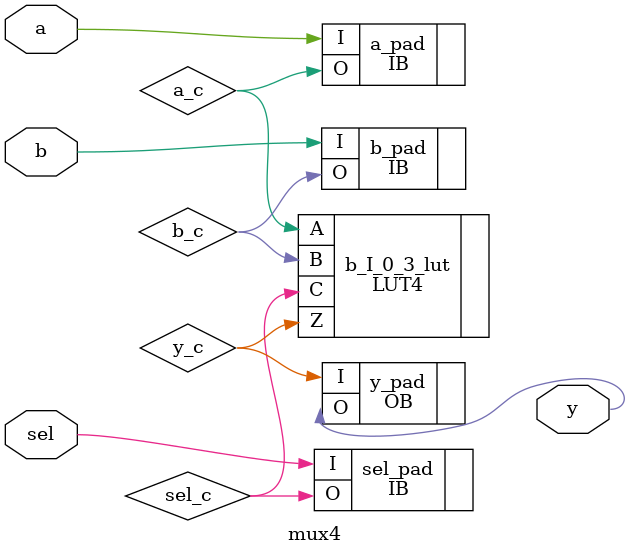
<source format=v>

module mux4 (a, b, sel, y) /* synthesis syn_module_defined=1 */ ;   // d:/rtl_fpga/vhdl/comparator/comparator_comportamental.v(1[8:12])
    input a;   // d:/rtl_fpga/vhdl/comparator/comparator_comportamental.v(2[7:8])
    input b;   // d:/rtl_fpga/vhdl/comparator/comparator_comportamental.v(2[9:10])
    input sel;   // d:/rtl_fpga/vhdl/comparator/comparator_comportamental.v(2[11:14])
    output y;   // d:/rtl_fpga/vhdl/comparator/comparator_comportamental.v(3[12:13])
    
    
    wire a_c, b_c, sel_c, y_c, VCC_net, GND_net;
    
    VHI i21 (.Z(VCC_net));
    VLO i26 (.Z(GND_net));
    OB y_pad (.I(y_c), .O(y));   // d:/rtl_fpga/vhdl/comparator/comparator_comportamental.v(3[12:13])
    IB a_pad (.I(a), .O(a_c));   // d:/rtl_fpga/vhdl/comparator/comparator_comportamental.v(2[7:8])
    IB b_pad (.I(b), .O(b_c));   // d:/rtl_fpga/vhdl/comparator/comparator_comportamental.v(2[9:10])
    IB sel_pad (.I(sel), .O(sel_c));   // d:/rtl_fpga/vhdl/comparator/comparator_comportamental.v(2[11:14])
    GSR GSR_INST (.GSR(VCC_net));
    PUR PUR_INST (.PUR(VCC_net));
    defparam PUR_INST.RST_PULSE = 1;
    LUT4 b_I_0_3_lut (.A(a_c), .B(b_c), .C(sel_c), .Z(y_c)) /* synthesis lut_function=(A (B+!(C))+!A (B (C))) */ ;   // d:/rtl_fpga/vhdl/comparator/comparator_comportamental.v(9[3:9])
    defparam b_I_0_3_lut.init = 16'hcaca;
    
endmodule
//
// Verilog Description of module PUR
// module not written out since it is a black-box. 
//


</source>
